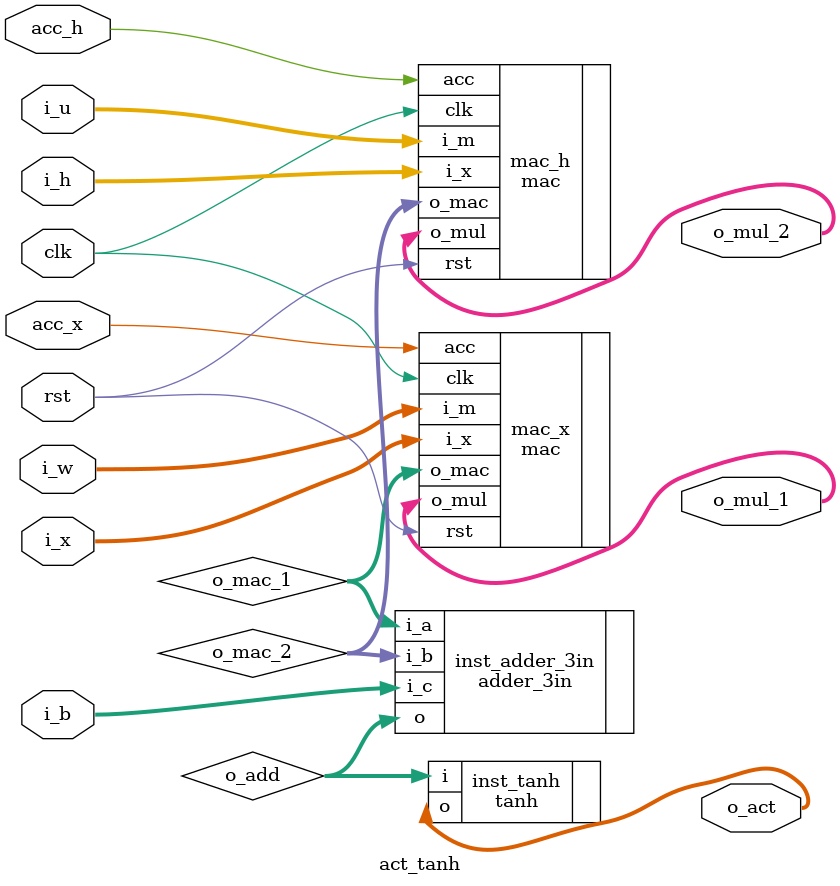
<source format=v>

module act_tanh (clk, rst, acc_x, acc_h, i_x, i_w, i_h, i_u, i_b, o_mul_1, o_mul_2, o_act);

// parameters
parameter WIDTH = 24;
parameter FRAC = 20;

// common ports
input clk, rst;

// control ports
input acc_x, acc_h;

// input ports
input signed [WIDTH-1:0] i_x;
input signed [WIDTH-1:0] i_w;
input signed [WIDTH-1:0] i_h;
input signed [WIDTH-1:0] i_u;
input signed [WIDTH-1:0] i_b;

// output ports
output signed [WIDTH-1:0] o_act;
output signed [WIDTH-1:0] o_mul_1;
output signed [WIDTH-1:0] o_mul_2;

// wires
wire signed [WIDTH-1:0] o_add;
wire signed [WIDTH-1:0] o_mac_1;
wire signed [WIDTH-1:0] o_mac_2;

// Two MAC module for x*w and h*u
mac #(
		.WIDTH(WIDTH),
		.FRAC(FRAC)
	) mac_x (
		.clk   (clk),
		.rst   (rst),
		.acc   (acc_x),
		.i_x   (i_x),
		.i_m   (i_w),
		.o_mul (o_mul_1),
		.o_mac (o_mac_1)
	);


mac #(
		.WIDTH(WIDTH),
		.FRAC(FRAC)
	) mac_h (
		.clk   (clk),
		.rst   (rst),
		.acc   (acc_h),
		.i_x   (i_h),
		.i_m   (i_u),
		.o_mul (o_mul_2),
		.o_mac (o_mac_2)
	);

// Adding all multiplier output & bias
adder_3in #(.WIDTH(WIDTH), .FRAC(FRAC)) inst_adder_3in (.i_a(o_mac_1), .i_b(o_mac_2), .i_c(i_b), .o(o_add));

// Using sigmoid function for the Activation value
tanh inst_tanh (.i(o_add), .o(o_act));

endmodule

</source>
